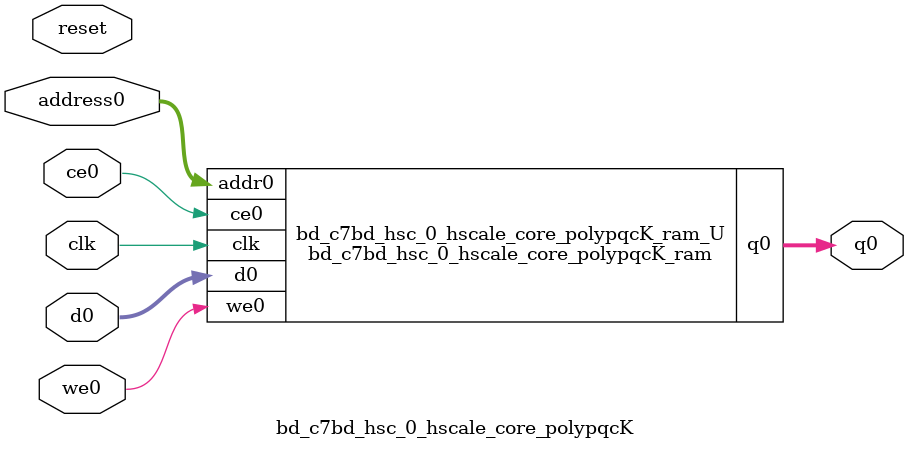
<source format=v>

`timescale 1 ns / 1 ps
module bd_c7bd_hsc_0_hscale_core_polypqcK_ram (addr0, ce0, d0, we0, q0,  clk);

parameter DWIDTH = 16;
parameter AWIDTH = 6;
parameter MEM_SIZE = 64;

input[AWIDTH-1:0] addr0;
input ce0;
input[DWIDTH-1:0] d0;
input we0;
output reg[DWIDTH-1:0] q0;
input clk;

(* ram_style = "distributed" *)reg [DWIDTH-1:0] ram[0:MEM_SIZE-1];




always @(posedge clk)  
begin 
    if (ce0) 
    begin
        if (we0) 
        begin 
            ram[addr0] <= d0; 
            q0 <= d0;
        end 
        else 
            q0 <= ram[addr0];
    end
end


endmodule


`timescale 1 ns / 1 ps
module bd_c7bd_hsc_0_hscale_core_polypqcK(
    reset,
    clk,
    address0,
    ce0,
    we0,
    d0,
    q0);

parameter DataWidth = 32'd16;
parameter AddressRange = 32'd64;
parameter AddressWidth = 32'd6;
input reset;
input clk;
input[AddressWidth - 1:0] address0;
input ce0;
input we0;
input[DataWidth - 1:0] d0;
output[DataWidth - 1:0] q0;



bd_c7bd_hsc_0_hscale_core_polypqcK_ram bd_c7bd_hsc_0_hscale_core_polypqcK_ram_U(
    .clk( clk ),
    .addr0( address0 ),
    .ce0( ce0 ),
    .d0( d0 ),
    .we0( we0 ),
    .q0( q0 ));

endmodule


</source>
